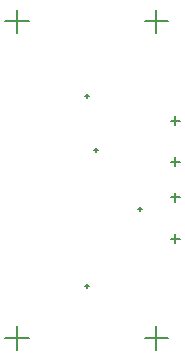
<source format=gbr>
G04*
G04 #@! TF.GenerationSoftware,Altium Limited,Altium Designer,23.11.1 (41)*
G04*
G04 Layer_Color=128*
%FSLAX44Y44*%
%MOMM*%
G71*
G04*
G04 #@! TF.SameCoordinates,D4B6ECC5-B607-4844-A390-64D59AB080A4*
G04*
G04*
G04 #@! TF.FilePolarity,Positive*
G04*
G01*
G75*
%ADD12C,0.1270*%
D12*
X124000Y284000D02*
X144000D01*
X134000Y274000D02*
Y294000D01*
X6000Y284000D02*
X26000D01*
X16000Y274000D02*
Y294000D01*
X124000Y16000D02*
X144000D01*
X134000Y6000D02*
Y26000D01*
X6000Y16000D02*
X26000D01*
X16000Y6000D02*
Y26000D01*
X73250Y60000D02*
X76750D01*
X75000Y58250D02*
Y61750D01*
X81250Y175000D02*
X84750D01*
X83000Y173250D02*
Y176750D01*
X73250Y220650D02*
X76750D01*
X75000Y218900D02*
Y222400D01*
X118250Y125000D02*
X121750D01*
X120000Y123250D02*
Y126750D01*
X146250Y100000D02*
X153750D01*
X150000Y96250D02*
Y103750D01*
X146250Y200000D02*
X153750D01*
X150000Y196250D02*
Y203750D01*
X146250Y135000D02*
X153750D01*
X150000Y131250D02*
Y138750D01*
X146250Y165000D02*
X153750D01*
X150000Y161250D02*
Y168750D01*
M02*

</source>
